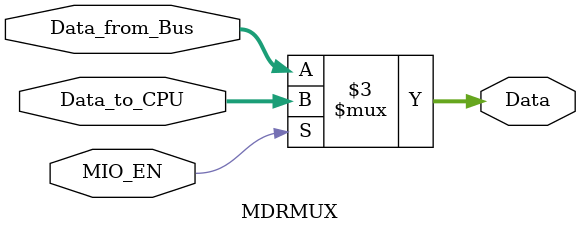
<source format=sv>
module MDRMUX ( input  logic 		MIO_EN, 
                input  logic [15:0] Data_to_CPU,    //from memory
                input  logic [15:0] Data_from_Bus,  //from 16 bit bus
                output logic [15:0] Data  
                 );


    /* COMBINATIONAL LOGIC INSIDE MODULE */
    always_comb 
    begin
        if (MIO_EN)
            Data = Data_to_CPU;
        else
            Data = Data_from_Bus;
    end 


endmodule  //MDRMUX


</source>
